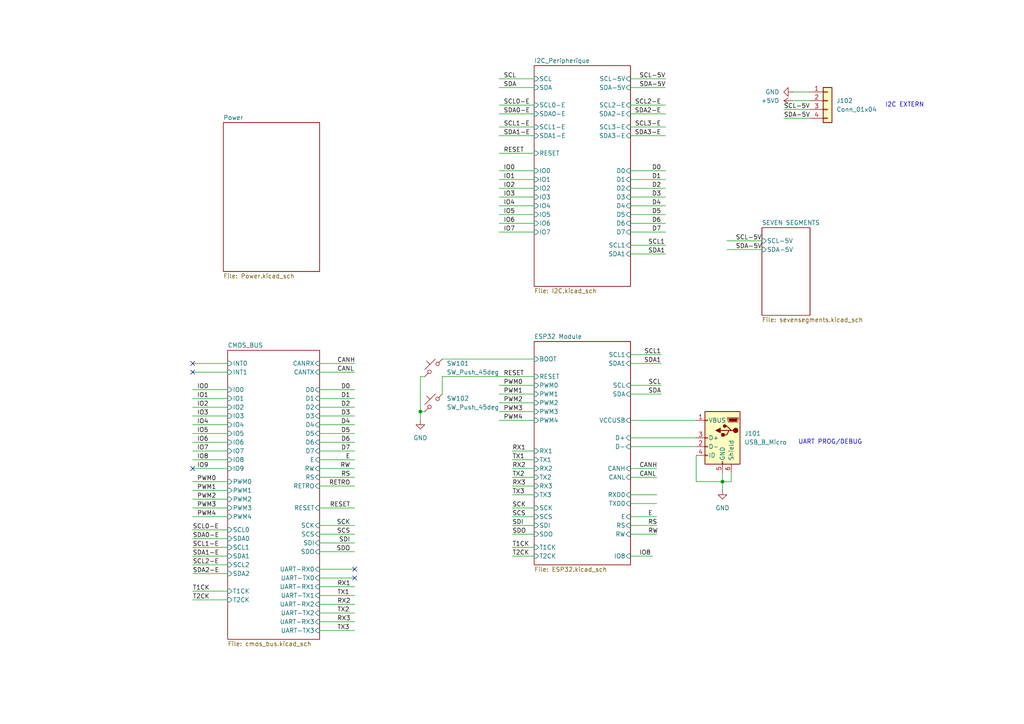
<source format=kicad_sch>
(kicad_sch (version 20250114) (generator "eeschema") (generator_version "9.0")
  (paper "A4")
  (title_block (title "CMOS-74A") (date "2025-09-17") (rev "V0.4") (company "F4DEB"))
  (lib_symbols
    (symbol "Connector:USB_B_Micro" (pin_names (offset 1.016))
      (property "Reference" "J" (at -5.08 11.43 0))
      (property "Value" "USB_B_Micro" (at -5.08 8.89 0))
      (symbol "USB_B_Micro_0_1"
        (rectangle (start -5.08 -7.62) (end 5.08 7.62) (stroke (width 0.254)) (fill (type background)))
        (polyline (pts (xy -4.699 5.842) (xy -4.699 5.588) (xy -4.445 4.826) (xy -4.445 4.572) (xy -1.651 4.572) (xy -1.651 4.826) (xy -1.397 5.588) (xy -1.397 5.842) (xy -4.699 5.842)))
        (polyline (pts (xy -4.318 5.588) (xy -1.778 5.588) (xy -2.032 4.826) (xy -4.064 4.826) (xy -4.318 5.588)) (fill (type outline)))
        (circle (center -3.81 2.159) (radius 0.635) (stroke (width 0.254)) (fill (type outline)))
        (polyline (pts (xy -3.175 2.159) (xy -2.54 2.159) (xy -1.27 3.429) (xy -0.635 3.429)) (stroke (width 0.254)))
        (polyline (pts (xy -2.54 2.159) (xy -1.905 2.159) (xy -1.27 0.889) (xy 0 0.889)) (stroke (width 0.254)))
        (polyline (pts (xy -1.905 2.159) (xy 0.635 2.159)) (stroke (width 0.254)))
        (circle (center -0.635 3.429) (radius 0.381) (stroke (width 0.254)) (fill (type outline)))
        (rectangle (start -0.127 -7.62) (end 0.127 -6.858))
        (rectangle (start 0.254 1.27) (end -0.508 0.508) (stroke (width 0.254)) (fill (type outline)))
        (polyline (pts (xy 0.635 2.794) (xy 0.635 1.524) (xy 1.905 2.159) (xy 0.635 2.794)) (stroke (width 0.254)) (fill (type outline)))
        (rectangle (start 5.08 4.953) (end 4.318 5.207))
        (rectangle (start 5.08 -0.127) (end 4.318 0.127))
        (rectangle (start 5.08 -2.667) (end 4.318 -2.413))
        (rectangle (start 5.08 -5.207) (end 4.318 -4.953))
      )
      (symbol "USB_B_Micro_1_1"
        (pin passive line (at -2.54 -10.16 90) (length 2.54) (name "Shield") (number "6"))
        (pin power_out line (at 0 -10.16 90) (length 2.54) (name "GND") (number "5"))
        (pin power_out line (at 7.62 5.08 180) (length 2.54) (name "VBUS") (number "1"))
        (pin bidirectional line (at 7.62 0 180) (length 2.54) (name "D+") (number "3"))
        (pin bidirectional line (at 7.62 -2.54 180) (length 2.54) (name "D-") (number "2"))
        (pin passive line (at 7.62 -5.08 180) (length 2.54) (name "ID") (number "4"))
      )
    )
    (symbol "Connector_Generic:Conn_01x04" (pin_names (offset 1.016) (hide yes))
      (property "Reference" "J" (at 0 5.08 0))
      (property "Value" "Conn_01x04" (at 0 -7.62 0))
      (symbol "Conn_01x04_1_1"
        (rectangle (start -1.27 3.81) (end 1.27 -6.35) (stroke (width 0.254)) (fill (type background)))
        (rectangle (start -1.27 2.667) (end 0 2.413) (stroke (width 0.1524)))
        (rectangle (start -1.27 0.127) (end 0 -0.127) (stroke (width 0.1524)))
        (rectangle (start -1.27 -2.413) (end 0 -2.667) (stroke (width 0.1524)))
        (rectangle (start -1.27 -4.953) (end 0 -5.207) (stroke (width 0.1524)))
        (pin passive line (at -5.08 2.54 0) (length 3.81) (name "Pin_1") (number "1"))
        (pin passive line (at -5.08 0 0) (length 3.81) (name "Pin_2") (number "2"))
        (pin passive line (at -5.08 -2.54 0) (length 3.81) (name "Pin_3") (number "3"))
        (pin passive line (at -5.08 -5.08 0) (length 3.81) (name "Pin_4") (number "4"))
      )
    )
    (symbol "Switch:SW_Push_45deg" (pin_numbers (hide yes)) (pin_names (offset 1.016) (hide yes))
      (property "Reference" "SW" (at 3.048 1.016 0))
      (property "Value" "SW_Push_45deg" (at 0 -3.81 0))
      (symbol "SW_Push_45deg_0_1"
        (polyline (pts (xy -2.54 2.54) (xy -1.524 1.524) (xy -1.524 1.524)))
        (circle (center -1.1684 1.1684) (radius 0.508))
        (polyline (pts (xy -0.508 2.54) (xy 2.54 -0.508)))
        (polyline (pts (xy 1.016 1.016) (xy 2.032 2.032)))
        (circle (center 1.143 -1.1938) (radius 0.508))
        (polyline (pts (xy 1.524 -1.524) (xy 2.54 -2.54) (xy 2.54 -2.54) (xy 2.54 -2.54)))
        (pin passive line (at -2.54 2.54 0) (length 0) (name "1") (number "1"))
        (pin passive line (at 2.54 -2.54 180) (length 0) (name "2") (number "2"))
      )
    )
    (symbol "power:+5VD" (power) (pin_numbers (hide yes)) (pin_names (offset 0) (hide yes))
      (property "Value" "+5VD" (at 0 3.556 0))
      (symbol "+5VD_0_1"
        (polyline (pts (xy -0.762 1.27) (xy 0 2.54)))
        (polyline (pts (xy 0 2.54) (xy 0.762 1.27)))
        (polyline (pts (xy 0 0) (xy 0 2.54)))
      )
      (symbol "+5VD_1_1"
        (pin power_in line (at 0 0 90) (length 0) (name "~") (number "1"))
      )
    )
    (symbol "power:GND" (power) (pin_numbers (hide yes)) (pin_names (offset 0) (hide yes))
      (property "Value" "GND" (at 0 -3.81 0))
      (symbol "GND_0_1"
        (polyline (pts (xy 0 0) (xy 0 -1.27) (xy 1.27 -1.27) (xy 0 -2.54) (xy -1.27 -1.27) (xy 0 -1.27)))
      )
      (symbol "GND_1_1"
        (pin power_in line (at 0 0 270) (length 0) (name "~") (number "1"))
      )
    )
  )
  (text "UART PROG/DEBUG" (at 240.792 128.27 0) (effects (font (size 1.27 1.27))))
  (text "I2C EXTERN" (at 262.382 30.48 0) (effects (font (size 1.27 1.27))))
  (junction (at 209.55 139.7))
  (junction (at 121.92 119.38))
  (no_connect (at 102.87 167.64))
  (no_connect (at 55.88 135.89))
  (no_connect (at 102.87 165.1))
  (no_connect (at 55.88 107.95))
  (no_connect (at 55.88 105.41))
  (wire (pts (xy 92.71 157.48) (xy 102.87 157.48)))
  (wire (pts (xy 182.88 62.23) (xy 193.04 62.23)))
  (wire (pts (xy 229.87 26.67) (xy 234.95 26.67)))
  (wire (pts (xy 92.71 130.81) (xy 102.87 130.81)))
  (wire (pts (xy 182.88 114.3) (xy 191.77 114.3)))
  (wire (pts (xy 182.88 143.51) (xy 190.5 143.51)))
  (wire (pts (xy 209.55 139.7) (xy 209.55 142.24)))
  (wire (pts (xy 227.33 34.29) (xy 234.95 34.29)))
  (wire (pts (xy 55.88 120.65) (xy 66.04 120.65)))
  (wire (pts (xy 55.88 135.89) (xy 66.04 135.89)))
  (wire (pts (xy 144.78 49.53) (xy 154.94 49.53)))
  (wire (pts (xy 55.88 118.11) (xy 66.04 118.11)))
  (wire (pts (xy 182.88 102.87) (xy 191.77 102.87)))
  (wire (pts (xy 182.88 135.89) (xy 190.5 135.89)))
  (wire (pts (xy 92.71 177.8) (xy 102.87 177.8)))
  (wire (pts (xy 182.88 73.66) (xy 193.04 73.66)))
  (wire (pts (xy 92.71 135.89) (xy 102.87 135.89)))
  (wire (pts (xy 201.93 132.08) (xy 201.93 139.7)))
  (wire (pts (xy 148.59 135.89) (xy 154.94 135.89)))
  (wire (pts (xy 92.71 115.57) (xy 102.87 115.57)))
  (wire (pts (xy 148.59 138.43) (xy 154.94 138.43)))
  (wire (pts (xy 144.78 33.02) (xy 154.94 33.02)))
  (wire (pts (xy 148.59 147.32) (xy 154.94 147.32)))
  (wire (pts (xy 128.27 109.22) (xy 128.27 114.3)))
  (wire (pts (xy 144.78 22.86) (xy 154.94 22.86)))
  (wire (pts (xy 148.59 161.29) (xy 154.94 161.29)))
  (wire (pts (xy 182.88 105.41) (xy 191.77 105.41)))
  (wire (pts (xy 144.78 54.61) (xy 154.94 54.61)))
  (wire (pts (xy 144.78 25.4) (xy 154.94 25.4)))
  (wire (pts (xy 144.78 36.83) (xy 154.94 36.83)))
  (wire (pts (xy 144.78 59.69) (xy 154.94 59.69)))
  (wire (pts (xy 121.92 119.38) (xy 121.92 121.92)))
  (wire (pts (xy 182.88 152.4) (xy 190.5 152.4)))
  (wire (pts (xy 144.78 52.07) (xy 154.94 52.07)))
  (wire (pts (xy 55.88 144.78) (xy 66.04 144.78)))
  (wire (pts (xy 148.59 130.81) (xy 154.94 130.81)))
  (wire (pts (xy 144.78 119.38) (xy 154.94 119.38)))
  (wire (pts (xy 182.88 36.83) (xy 193.04 36.83)))
  (wire (pts (xy 55.88 158.75) (xy 66.04 158.75)))
  (wire (pts (xy 55.88 133.35) (xy 66.04 133.35)))
  (wire (pts (xy 55.88 128.27) (xy 66.04 128.27)))
  (wire (pts (xy 92.71 152.4) (xy 102.87 152.4)))
  (wire (pts (xy 121.92 109.22) (xy 121.92 119.38)))
  (wire (pts (xy 210.82 69.85) (xy 220.98 69.85)))
  (wire (pts (xy 55.88 173.99) (xy 66.04 173.99)))
  (wire (pts (xy 144.78 39.37) (xy 154.94 39.37)))
  (wire (pts (xy 92.71 138.43) (xy 102.87 138.43)))
  (wire (pts (xy 55.88 171.45) (xy 66.04 171.45)))
  (wire (pts (xy 182.88 39.37) (xy 193.04 39.37)))
  (wire (pts (xy 148.59 143.51) (xy 154.94 143.51)))
  (wire (pts (xy 144.78 64.77) (xy 154.94 64.77)))
  (wire (pts (xy 55.88 142.24) (xy 66.04 142.24)))
  (wire (pts (xy 55.88 105.41) (xy 66.04 105.41)))
  (wire (pts (xy 182.88 71.12) (xy 193.04 71.12)))
  (wire (pts (xy 182.88 49.53) (xy 193.04 49.53)))
  (wire (pts (xy 201.93 139.7) (xy 209.55 139.7)))
  (wire (pts (xy 182.88 57.15) (xy 193.04 57.15)))
  (wire (pts (xy 55.88 163.83) (xy 66.04 163.83)))
  (wire (pts (xy 55.88 161.29) (xy 66.04 161.29)))
  (wire (pts (xy 182.88 121.92) (xy 201.93 121.92)))
  (wire (pts (xy 55.88 130.81) (xy 66.04 130.81)))
  (wire (pts (xy 55.88 107.95) (xy 66.04 107.95)))
  (wire (pts (xy 182.88 64.77) (xy 193.04 64.77)))
  (wire (pts (xy 212.09 139.7) (xy 212.09 137.16)))
  (wire (pts (xy 182.88 127) (xy 201.93 127)))
  (wire (pts (xy 92.71 172.72) (xy 102.87 172.72)))
  (wire (pts (xy 182.88 129.54) (xy 201.93 129.54)))
  (wire (pts (xy 92.71 118.11) (xy 102.87 118.11)))
  (wire (pts (xy 229.87 29.21) (xy 234.95 29.21)))
  (wire (pts (xy 182.88 52.07) (xy 193.04 52.07)))
  (wire (pts (xy 92.71 175.26) (xy 102.87 175.26)))
  (wire (pts (xy 55.88 153.67) (xy 66.04 153.67)))
  (wire (pts (xy 92.71 165.1) (xy 102.87 165.1)))
  (wire (pts (xy 92.71 160.02) (xy 102.87 160.02)))
  (wire (pts (xy 182.88 149.86) (xy 190.5 149.86)))
  (wire (pts (xy 144.78 67.31) (xy 154.94 67.31)))
  (wire (pts (xy 92.71 113.03) (xy 102.87 113.03)))
  (wire (pts (xy 92.71 154.94) (xy 102.87 154.94)))
  (wire (pts (xy 144.78 57.15) (xy 154.94 57.15)))
  (wire (pts (xy 144.78 44.45) (xy 154.94 44.45)))
  (wire (pts (xy 227.33 31.75) (xy 234.95 31.75)))
  (wire (pts (xy 92.71 182.88) (xy 102.87 182.88)))
  (wire (pts (xy 182.88 138.43) (xy 190.5 138.43)))
  (wire (pts (xy 92.71 133.35) (xy 102.87 133.35)))
  (wire (pts (xy 92.71 128.27) (xy 102.87 128.27)))
  (wire (pts (xy 92.71 140.97) (xy 102.87 140.97)))
  (wire (pts (xy 55.88 125.73) (xy 66.04 125.73)))
  (wire (pts (xy 144.78 30.48) (xy 154.94 30.48)))
  (wire (pts (xy 182.88 25.4) (xy 193.04 25.4)))
  (wire (pts (xy 148.59 140.97) (xy 154.94 140.97)))
  (wire (pts (xy 148.59 152.4) (xy 154.94 152.4)))
  (wire (pts (xy 55.88 166.37) (xy 66.04 166.37)))
  (wire (pts (xy 148.59 158.75) (xy 154.94 158.75)))
  (wire (pts (xy 92.71 147.32) (xy 102.87 147.32)))
  (wire (pts (xy 92.71 170.18) (xy 102.87 170.18)))
  (wire (pts (xy 92.71 125.73) (xy 102.87 125.73)))
  (wire (pts (xy 154.94 109.22) (xy 128.27 109.22)))
  (wire (pts (xy 92.71 107.95) (xy 102.87 107.95)))
  (wire (pts (xy 55.88 139.7) (xy 66.04 139.7)))
  (wire (pts (xy 144.78 114.3) (xy 154.94 114.3)))
  (wire (pts (xy 182.88 111.76) (xy 191.77 111.76)))
  (wire (pts (xy 148.59 133.35) (xy 154.94 133.35)))
  (wire (pts (xy 55.88 156.21) (xy 66.04 156.21)))
  (wire (pts (xy 92.71 180.34) (xy 102.87 180.34)))
  (wire (pts (xy 92.71 123.19) (xy 102.87 123.19)))
  (wire (pts (xy 182.88 154.94) (xy 190.5 154.94)))
  (wire (pts (xy 55.88 147.32) (xy 66.04 147.32)))
  (wire (pts (xy 92.71 105.41) (xy 102.87 105.41)))
  (wire (pts (xy 144.78 111.76) (xy 154.94 111.76)))
  (wire (pts (xy 182.88 59.69) (xy 193.04 59.69)))
  (wire (pts (xy 148.59 154.94) (xy 154.94 154.94)))
  (wire (pts (xy 144.78 116.84) (xy 154.94 116.84)))
  (wire (pts (xy 182.88 33.02) (xy 193.04 33.02)))
  (wire (pts (xy 55.88 115.57) (xy 66.04 115.57)))
  (wire (pts (xy 128.27 104.14) (xy 154.94 104.14)))
  (wire (pts (xy 144.78 121.92) (xy 154.94 121.92)))
  (wire (pts (xy 92.71 120.65) (xy 102.87 120.65)))
  (wire (pts (xy 209.55 139.7) (xy 212.09 139.7)))
  (wire (pts (xy 182.88 146.05) (xy 190.5 146.05)))
  (wire (pts (xy 55.88 149.86) (xy 66.04 149.86)))
  (wire (pts (xy 182.88 30.48) (xy 193.04 30.48)))
  (wire (pts (xy 92.71 167.64) (xy 102.87 167.64)))
  (wire (pts (xy 123.19 109.22) (xy 121.92 109.22)))
  (wire (pts (xy 182.88 67.31) (xy 193.04 67.31)))
  (wire (pts (xy 182.88 54.61) (xy 193.04 54.61)))
  (wire (pts (xy 55.88 123.19) (xy 66.04 123.19)))
  (wire (pts (xy 121.92 119.38) (xy 123.19 119.38)))
  (wire (pts (xy 144.78 62.23) (xy 154.94 62.23)))
  (wire (pts (xy 55.88 113.03) (xy 66.04 113.03)))
  (wire (pts (xy 209.55 137.16) (xy 209.55 139.7)))
  (wire (pts (xy 182.88 22.86) (xy 193.04 22.86)))
  (wire (pts (xy 148.59 149.86) (xy 154.94 149.86)))
  (wire (pts (xy 210.82 72.39) (xy 220.98 72.39)))
  (wire (pts (xy 182.88 161.29) (xy 189.23 161.29)))
  (label "SCL" (at 191.77 111.76 180))
  (label "D5" (at 191.77 62.23 180))
  (label "CANH" (at 97.79 105.41 0))
  (label "IO7" (at 146.05 67.31 0))
  (label "TX2" (at 148.59 138.43 0))
  (label "D2" (at 191.77 54.61 180))
  (label "PWM4" (at 146.05 121.92 0))
  (label "SCL3-E" (at 191.77 36.83 180))
  (label "TX3" (at 148.59 143.51 0))
  (label "IO6" (at 146.05 64.77 0))
  (label "RX3" (at 97.79 180.34 0))
  (label "D3" (at 191.77 57.15 180))
  (label "SDO" (at 148.59 154.94 0))
  (label "E" (at 101.6 133.35 180))
  (label "SDA0-E" (at 146.05 33.02 0))
  (label "D4" (at 101.6 123.19 180))
  (label "IO3" (at 146.05 57.15 0))
  (label "IO4" (at 57.15 123.19 0))
  (label "SDA3-E" (at 191.77 39.37 180))
  (label "SCL-5V" (at 185.42 22.86 0))
  (label "T2CK" (at 148.59 161.29 0))
  (label "SDO" (at 101.6 160.02 180))
  (label "IO1" (at 57.15 115.57 0))
  (label "D4" (at 191.77 59.69 180))
  (label "RX1" (at 148.59 130.81 0))
  (label "SCL2-E" (at 191.77 30.48 180))
  (label "SDA1-E" (at 146.05 39.37 0))
  (label "SDA" (at 146.05 25.4 0))
  (label "CANH" (at 185.42 135.89 0))
  (label "SDA1" (at 191.77 105.41 180))
  (label "D1" (at 191.77 52.07 180))
  (label "D0" (at 101.6 113.03 180))
  (label "SDA2-E" (at 191.77 33.02 180))
  (label "PWM0" (at 146.05 111.76 0))
  (label "T1CK" (at 55.88 171.45 0))
  (label "IO1" (at 146.05 52.07 0))
  (label "CANL" (at 185.42 138.43 0))
  (label "IO8" (at 185.42 161.29 0))
  (label "RX2" (at 97.79 175.26 0))
  (label "IO6" (at 57.15 128.27 0))
  (label "D3" (at 101.6 120.65 180))
  (label "SDA0-E" (at 55.88 156.21 0))
  (label "SCL0-E" (at 55.88 153.67 0))
  (label "IO2" (at 146.05 54.61 0))
  (label "IO9" (at 57.15 135.89 0))
  (label "TX3" (at 97.79 182.88 0))
  (label "SDA1-E" (at 55.88 161.29 0))
  (label "PWM3" (at 146.05 119.38 0))
  (label "SCL2-E" (at 55.88 163.83 0))
  (label "IO8" (at 57.15 133.35 0))
  (label "SCL0-E" (at 146.05 30.48 0))
  (label "T2CK" (at 55.88 173.99 0))
  (label "SCL-5V" (at 227.33 31.75 0))
  (label "D7" (at 191.77 67.31 180))
  (label "SCL-5V" (at 213.36 69.85 0))
  (label "IO0" (at 146.05 49.53 0))
  (label "SDI" (at 148.59 152.4 0))
  (label "PWM2" (at 57.15 144.78 0))
  (label "D6" (at 191.77 64.77 180))
  (label "T1CK" (at 148.59 158.75 0))
  (label "SCL1-E" (at 146.05 36.83 0))
  (label "IO0" (at 57.15 113.03 0))
  (label "PWM1" (at 146.05 114.3 0))
  (label "PWM3" (at 57.15 147.32 0))
  (label "RS" (at 187.96 152.4 0))
  (label "SCK" (at 148.59 147.32 0))
  (label "SCL1" (at 187.96 71.12 0))
  (label "RS" (at 101.6 138.43 180))
  (label "IO5" (at 146.05 62.23 0))
  (label "PWM4" (at 57.15 149.86 0))
  (label "PWM0" (at 57.15 139.7 0))
  (label "RESET" (at 146.05 109.22 0))
  (label "RESET" (at 146.05 44.45 0))
  (label "SCK" (at 101.6 152.4 180))
  (label "RW" (at 101.6 135.89 180))
  (label "RESET" (at 101.6 147.32 180))
  (label "SDA1" (at 187.96 73.66 0))
  (label "TX1" (at 148.59 133.35 0))
  (label "RX2" (at 148.59 135.89 0))
  (label "IO7" (at 57.15 130.81 0))
  (label "TX2" (at 97.79 177.8 0))
  (label "SDA2-E" (at 55.88 166.37 0))
  (label "SDA-5V" (at 185.42 25.4 0))
  (label "PWM2" (at 146.05 116.84 0))
  (label "SCS" (at 101.6 154.94 180))
  (label "RW" (at 187.96 154.94 0))
  (label "D6" (at 101.6 128.27 180))
  (label "D5" (at 101.6 125.73 180))
  (label "SDI" (at 101.6 157.48 180))
  (label "IO2" (at 57.15 118.11 0))
  (label "SCS" (at 148.59 149.86 0))
  (label "SDA-5V" (at 227.33 34.29 0))
  (label "TX1" (at 97.79 172.72 0))
  (label "IO3" (at 57.15 120.65 0))
  (label "PWM1" (at 57.15 142.24 0))
  (label "SDA-5V" (at 213.36 72.39 0))
  (label "SCL1" (at 191.77 102.87 180))
  (label "CANL" (at 97.79 107.95 0))
  (label "SDA" (at 191.77 114.3 180))
  (label "SCL1-E" (at 55.88 158.75 0))
  (label "RX1" (at 97.79 170.18 0))
  (label "IO4" (at 146.05 59.69 0))
  (label "RETRO" (at 101.6 140.97 180))
  (label "IO5" (at 57.15 125.73 0))
  (label "E" (at 187.96 149.86 0))
  (label "D2" (at 101.6 118.11 180))
  (label "D0" (at 191.77 49.53 180))
  (label "D7" (at 101.6 130.81 180))
  (label "SCL" (at 146.05 22.86 0))
  (label "D1" (at 101.6 115.57 180))
  (label "RX3" (at 148.59 140.97 0))
  (symbol (lib_id "Connector_Generic:Conn_01x04") (at 240.03 29.21 0) (unit 1)
    (property "Reference" "J102" (at 242.57 29.2099 0) (effects (justify left)))
    (property "Value" "Conn_01x04" (at 242.57 31.7499 0) (effects (justify left)))
    (property "Footprint" "Connector_JST:JST_GH_SM04B-GHS-TB_1x04-1MP_P1.25mm_Horizontal" (effects (hide yes)))
    (property "Description" "Generic connector, single row, 01x04, script generated (kicad-library-utils/schlib/autogen/connector/)" (effects (hide yes)))
  )
  (symbol (lib_id "power:GND") (at 121.92 121.92 0) (unit 1)
    (property "Reference" "#PWR0104" (effects (hide yes)))
    (property "Value" "GND" (at 121.92 127 0))
    (property "Description" "Power symbol creates a global label with name \"GND\" , ground" (effects (hide yes)))
  )
  (symbol (lib_id "Connector:USB_B_Micro") (at 209.55 127 0) (mirror y) (unit 1)
    (property "Reference" "J101" (at 215.9 125.7299 0) (effects (justify right)))
    (property "Value" "USB_B_Micro" (at 215.9 128.2699 0) (effects (justify right)))
    (property "Footprint" "Connector_USB:USB_Micro-B_Amphenol_10118194-0001LF_Horizontal" (effects (hide yes)))
    (property "Description" "USB Micro Type B connector" (effects (hide yes)))
  )
  (symbol (lib_id "power:+5VD") (at 229.87 29.21 90) (unit 1)
    (property "Reference" "#PWR0102" (effects (hide yes)))
    (property "Value" "+5VD" (at 226.06 29.2099 90) (effects (justify left)))
    (property "Description" "Power symbol creates a global label with name \"+5VD\"" (effects (hide yes)))
  )
  (symbol (lib_id "Switch:SW_Push_45deg") (at 125.73 116.84 90) (unit 1)
    (property "Reference" "SW102" (at 129.54 115.5699 90) (effects (justify right)))
    (property "Value" "SW_Push_45deg" (at 129.54 118.1099 90) (effects (justify right)))
    (property "Footprint" "Button_Switch_THT:SW_Tactile_SKHH_Angled" (effects (hide yes)))
    (property "Description" "Push button switch, normally open, two pins, 45° tilted" (effects (hide yes)))
  )
  (symbol (lib_id "Switch:SW_Push_45deg") (at 125.73 106.68 90) (unit 1)
    (property "Reference" "SW101" (at 129.54 105.4099 90) (effects (justify right)))
    (property "Value" "SW_Push_45deg" (at 129.54 107.9499 90) (effects (justify right)))
    (property "Footprint" "Button_Switch_SMD:SW_SPST_CK_RS282G05A3" (effects (hide yes)))
    (property "Description" "Push button switch, normally open, two pins, 45° tilted" (effects (hide yes)))
  )
  (symbol (lib_id "power:GND") (at 209.55 142.24 0) (unit 1)
    (property "Reference" "#PWR0103" (effects (hide yes)))
    (property "Value" "GND" (at 209.55 147.32 0))
    (property "Description" "Power symbol creates a global label with name \"GND\" , ground" (effects (hide yes)))
  )
  (symbol (lib_id "power:GND") (at 229.87 26.67 270) (unit 1)
    (property "Reference" "#PWR0101" (effects (hide yes)))
    (property "Value" "GND" (at 226.06 26.6699 90) (effects (justify right)))
    (property "Description" "Power symbol creates a global label with name \"GND\" , ground" (effects (hide yes)))
  )
  (sheet (at 154.94 99.06) (size 27.94 64.77) (stroke (width 0.1524))
    (property "Sheetname" "ESP32 Module" (at 154.94 98.3484 0) (effects (justify left bottom)))
    (property "Sheetfile" "ESP32.kicad_sch" (at 154.94 164.4146 0) (effects (justify left top)))
    (pin "BOOT" input (at 154.94 104.14 180))
    (pin "RESET" input (at 154.94 109.22 180))
    (pin "SCL" input (at 182.88 111.76 0))
    (pin "SDA" input (at 182.88 114.3 0))
    (pin "D+" input (at 182.88 127 0))
    (pin "D-" input (at 182.88 129.54 0))
    (pin "VCCUSB" input (at 182.88 121.92 0))
    (pin "CANH" input (at 182.88 135.89 0))
    (pin "CANL" input (at 182.88 138.43 0))
    (pin "RXD0" input (at 182.88 143.51 0))
    (pin "SCK" input (at 154.94 147.32 180))
    (pin "SCS" input (at 154.94 149.86 180))
    (pin "SDI" input (at 154.94 152.4 180))
    (pin "SDO" input (at 154.94 154.94 180))
    (pin "TXD0" input (at 182.88 146.05 0))
    (pin "RX1" input (at 154.94 130.81 180))
    (pin "RX2" input (at 154.94 135.89 180))
    (pin "SCL1" input (at 182.88 102.87 0))
    (pin "SDA1" input (at 182.88 105.41 0))
    (pin "TX1" input (at 154.94 133.35 180))
    (pin "TX2" input (at 154.94 138.43 180))
    (pin "PWM0" input (at 154.94 111.76 180))
    (pin "PWM1" input (at 154.94 114.3 180))
    (pin "PWM2" input (at 154.94 116.84 180))
    (pin "PWM3" input (at 154.94 119.38 180))
    (pin "PWM4" input (at 154.94 121.92 180))
    (pin "E" input (at 182.88 149.86 0))
    (pin "IO8" input (at 182.88 161.29 0))
    (pin "RS" input (at 182.88 152.4 0))
    (pin "RW" input (at 182.88 154.94 0))
    (pin "T1CK" input (at 154.94 158.75 180))
    (pin "T2CK" input (at 154.94 161.29 180))
    (pin "RX3" input (at 154.94 140.97 180))
    (pin "TX3" input (at 154.94 143.51 180))
  )
  (sheet (at 220.98 66.04) (size 13.97 25.4) (stroke (width 0.1524))
    (property "Sheetname" "SEVEN SEGMENTS" (at 220.98 65.3284 0) (effects (justify left bottom)))
    (property "Sheetfile" "sevensegments.kicad_sch" (at 220.98 92.0246 0) (effects (justify left top)))
    (pin "SCL-5V" input (at 220.98 69.85 180))
    (pin "SDA-5V" input (at 220.98 72.39 180))
  )
  (sheet (at 64.77 35.56) (size 27.94 43.18) (stroke (width 0.1524))
    (property "Sheetname" "Power" (at 64.77 34.8484 0) (effects (justify left bottom)))
    (property "Sheetfile" "Power.kicad_sch" (at 64.77 79.3246 0) (effects (justify left top)))
  )
  (sheet (at 66.04 101.6) (size 26.67 83.82) (stroke (width 0.1524))
    (property "Sheetname" "CMOS_BUS" (at 66.04 100.8884 0) (effects (justify left bottom)))
    (property "Sheetfile" "cmos_bus.kicad_sch" (at 66.04 186.0046 0) (effects (justify left top)))
    (pin "CANRX" input (at 92.71 105.41 0))
    (pin "CANTX" input (at 92.71 107.95 0))
    (pin "D0" input (at 92.71 113.03 0))
    (pin "D1" input (at 92.71 115.57 0))
    (pin "D2" input (at 92.71 118.11 0))
    (pin "D3" input (at 92.71 120.65 0))
    (pin "D4" input (at 92.71 123.19 0))
    (pin "D5" input (at 92.71 125.73 0))
    (pin "D6" input (at 92.71 128.27 0))
    (pin "D7" input (at 92.71 130.81 0))
    (pin "E" input (at 92.71 133.35 0))
    (pin "INT0" input (at 66.04 105.41 180))
    (pin "INT1" input (at 66.04 107.95 180))
    (pin "IO0" input (at 66.04 113.03 180))
    (pin "IO1" input (at 66.04 115.57 180))
    (pin "IO2" input (at 66.04 118.11 180))
    (pin "IO3" input (at 66.04 120.65 180))
    (pin "IO4" input (at 66.04 123.19 180))
    (pin "IO5" input (at 66.04 125.73 180))
    (pin "IO6" input (at 66.04 128.27 180))
    (pin "IO7" input (at 66.04 130.81 180))
    (pin "IO8" input (at 66.04 133.35 180))
    (pin "IO9" input (at 66.04 135.89 180))
    (pin "PWM0" input (at 66.04 139.7 180))
    (pin "PWM1" input (at 66.04 142.24 180))
    (pin "PWM2" input (at 66.04 144.78 180))
    (pin "PWM3" input (at 66.04 147.32 180))
    (pin "PWM4" input (at 66.04 149.86 180))
    (pin "RETRO" input (at 92.71 140.97 0))
    (pin "RS" input (at 92.71 138.43 0))
    (pin "RW" input (at 92.71 135.89 0))
    (pin "SCK" input (at 92.71 152.4 0))
    (pin "SCL0" input (at 66.04 153.67 180))
    (pin "SCL1" input (at 66.04 158.75 180))
    (pin "SCL2" input (at 66.04 163.83 180))
    (pin "SCS" input (at 92.71 154.94 0))
    (pin "SDA0" input (at 66.04 156.21 180))
    (pin "SDA1" input (at 66.04 161.29 180))
    (pin "SDA2" input (at 66.04 166.37 180))
    (pin "SDI" input (at 92.71 157.48 0))
    (pin "SDO" input (at 92.71 160.02 0))
    (pin "T1CK" input (at 66.04 171.45 180))
    (pin "T2CK" input (at 66.04 173.99 180))
    (pin "UART-RX0" input (at 92.71 165.1 0))
    (pin "UART-RX1" input (at 92.71 170.18 0))
    (pin "UART-RX2" input (at 92.71 175.26 0))
    (pin "UART-RX3" input (at 92.71 180.34 0))
    (pin "UART-TX0" input (at 92.71 167.64 0))
    (pin "UART-TX1" input (at 92.71 172.72 0))
    (pin "UART-TX2" input (at 92.71 177.8 0))
    (pin "UART-TX3" input (at 92.71 182.88 0))
    (pin "RESET" input (at 92.71 147.32 0))
  )
  (sheet (at 154.94 19.05) (size 27.94 64.008) (stroke (width 0.1524))
    (property "Sheetname" "I2C_Peripherique" (at 154.94 18.3384 0) (effects (justify left bottom)))
    (property "Sheetfile" "I2C.kicad_sch" (at 154.94 83.6426 0) (effects (justify left top)))
    (pin "SCL-5V" input (at 182.88 22.86 0))
    (pin "SDA-5V" input (at 182.88 25.4 0))
    (pin "D0" input (at 182.88 49.53 0))
    (pin "D1" input (at 182.88 52.07 0))
    (pin "D2" input (at 182.88 54.61 0))
    (pin "D3" input (at 182.88 57.15 0))
    (pin "D4" input (at 182.88 59.69 0))
    (pin "D5" input (at 182.88 62.23 0))
    (pin "D6" input (at 182.88 64.77 0))
    (pin "D7" input (at 182.88 67.31 0))
    (pin "IO0" input (at 154.94 49.53 180))
    (pin "IO1" input (at 154.94 52.07 180))
    (pin "IO2" input (at 154.94 54.61 180))
    (pin "IO3" input (at 154.94 57.15 180))
    (pin "IO4" input (at 154.94 59.69 180))
    (pin "IO5" input (at 154.94 62.23 180))
    (pin "IO6" input (at 154.94 64.77 180))
    (pin "IO7" input (at 154.94 67.31 180))
    (pin "SCL" input (at 154.94 22.86 180))
    (pin "SDA" input (at 154.94 25.4 180))
    (pin "RESET" input (at 154.94 44.45 180))
    (pin "SCL1-E" input (at 154.94 36.83 180))
    (pin "SCL2-E" input (at 182.88 30.48 0))
    (pin "SCL3-E" input (at 182.88 36.83 0))
    (pin "SDA1-E" input (at 154.94 39.37 180))
    (pin "SDA2-E" input (at 182.88 33.02 0))
    (pin "SDA3-E" input (at 182.88 39.37 0))
    (pin "SDA0-E" input (at 154.94 33.02 180))
    (pin "SCL0-E" input (at 154.94 30.48 180))
    (pin "SCL1" input (at 182.88 71.12 0))
    (pin "SDA1" input (at 182.88 73.66 0))
  )
)
</source>
